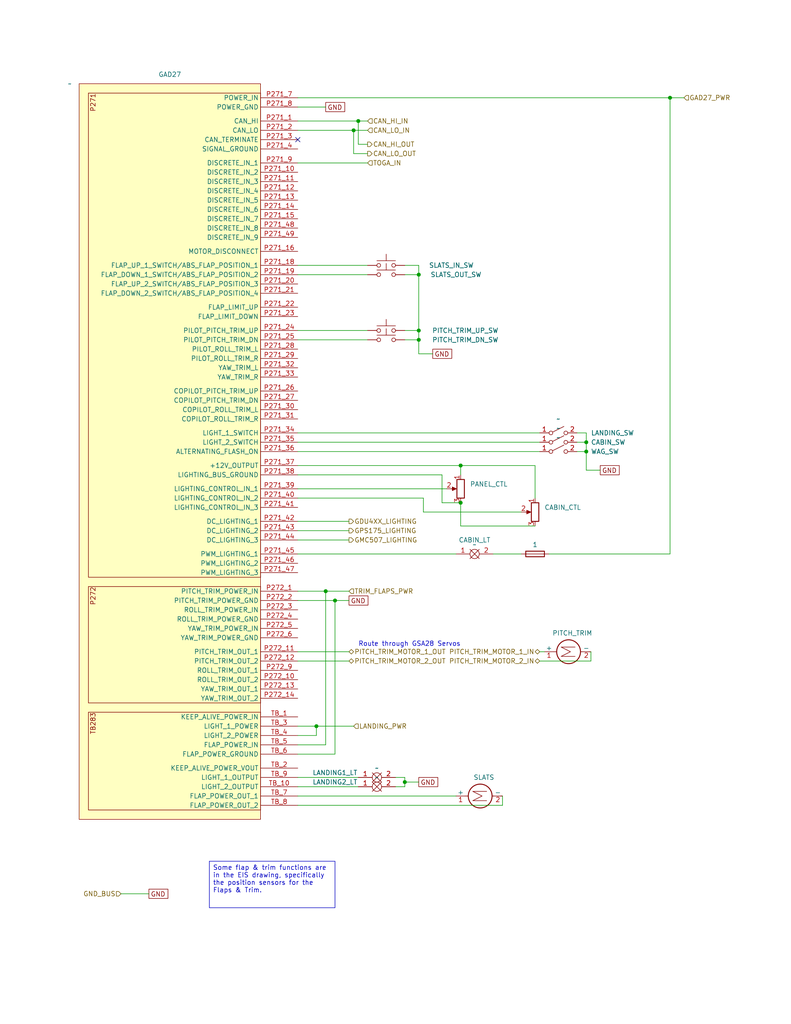
<source format=kicad_sch>
(kicad_sch (version 20230121) (generator eeschema)
  (paper "USLetter" portrait)
  (title_block (title "Flaps, Lights & Trim") (date "2024-02-08") (rev "0.9") (company "N915SN Angry Bird"))
  (lib_symbols
    (symbol "Device:Fuse" (pin_numbers hide) (pin_names (offset 0))
      (property "Reference" "F" (at 2.032 0 90))
      (property "Value" "Fuse" (at -1.905 0 90))
      (symbol "Fuse_0_1"
        (rectangle (start -0.762 -2.54) (end 0.762 2.54) (stroke (width 0.254)))
        (polyline (pts (xy 0 2.54) (xy 0 -2.54)))
      )
      (symbol "Fuse_1_1"
        (pin passive line (at 0 3.81 270) (length 1.27) (name "~") (number "1"))
        (pin passive line (at 0 -3.81 90) (length 1.27) (name "~") (number "2"))
      )
    )
    (symbol "Device:R_Potentiometer" (pin_names (offset 1.016) hide)
      (property "Reference" "RV" (at -4.445 0 90))
      (property "Value" "R_Potentiometer" (at -2.54 0 90))
      (symbol "R_Potentiometer_0_1"
        (polyline (pts (xy 2.54 0) (xy 1.524 0)))
        (polyline (pts (xy 1.143 0) (xy 2.286 0.508) (xy 2.286 -0.508) (xy 1.143 0)) (fill (type outline)))
        (rectangle (start 1.016 2.54) (end -1.016 -2.54) (stroke (width 0.254)))
      )
      (symbol "R_Potentiometer_1_1"
        (pin passive line (at 0 3.81 270) (length 1.27) (name "1") (number "1"))
        (pin passive line (at 3.81 0 180) (length 1.27) (name "2") (number "2"))
        (pin passive line (at 0 -3.81 90) (length 1.27) (name "3") (number "3"))
      )
    )
    (symbol "Motor:Motor_DC" (pin_names (offset 0))
      (property "Reference" "M" (at 2.54 2.54 0))
      (property "Value" "Motor_DC" (at 2.54 -5.08 0))
      (symbol "Motor_DC_0_0"
        (polyline (pts (xy -1.27 -3.302) (xy -1.27 0.508) (xy 0 -2.032) (xy 1.27 0.508) (xy 1.27 -3.302)))
      )
      (symbol "Motor_DC_0_1"
        (circle (center 0 -1.524) (radius 3.2512) (stroke (width 0.254)))
        (polyline (pts (xy 0 -7.62) (xy 0 -7.112)))
        (polyline (pts (xy 0 -4.7752) (xy 0 -5.1816)))
        (polyline (pts (xy 0 1.7272) (xy 0 2.0828)))
        (polyline (pts (xy 0 2.032) (xy 0 2.54)))
      )
      (symbol "Motor_DC_1_1"
        (pin passive line (at 0 5.08 270) (length 2.54) (name "+") (number "1"))
        (pin passive line (at 0 -7.62 90) (length 2.54) (name "-") (number "2"))
      )
    )
    (symbol "Switch:SW_Push" (pin_numbers hide) (pin_names (offset 1.016) hide)
      (property "Reference" "SW" (at 1.27 2.54 0))
      (property "Value" "SW_Push" (at 0 -1.524 0))
      (symbol "SW_Push_0_1"
        (circle (center -2.032 0) (radius 0.508))
        (polyline (pts (xy 0 1.27) (xy 0 3.048)))
        (polyline (pts (xy 2.54 1.27) (xy -2.54 1.27)))
        (circle (center 2.032 0) (radius 0.508))
        (pin passive line (at -5.08 0 0) (length 2.54) (name "1") (number "1"))
        (pin passive line (at 5.08 0 180) (length 2.54) (name "2") (number "2"))
      )
    )
    (symbol "Switch:SW_SPST" (pin_names (offset 0) hide)
      (property "Reference" "SW" (at 0 3.175 0))
      (property "Value" "SW_SPST" (at 0 -2.54 0))
      (symbol "SW_SPST_0_0"
        (circle (center -2.032 0) (radius 0.508))
        (polyline (pts (xy -1.524 0.254) (xy 1.524 1.778)))
        (circle (center 2.032 0) (radius 0.508))
      )
      (symbol "SW_SPST_1_1"
        (pin passive line (at -5.08 0 0) (length 2.54) (name "A") (number "1"))
        (pin passive line (at 5.08 0 180) (length 2.54) (name "B") (number "2"))
      )
    )
    (symbol "flyerx:Bulb"
      (property "Reference" "B" (at 1.27 1.27 0))
      (symbol "Bulb_0_1"
        (polyline (pts (xy 0 -2.54) (xy 2.54 0)))
        (polyline (pts (xy 0 0) (xy 2.54 -2.54)))
        (circle (center 1.27 -1.27) (radius 1.27))
      )
      (symbol "Bulb_1_1"
        (pin passive line (at -3.81 -1.27 0) (length 3.81) (name "") (number "1"))
        (pin passive line (at 6.35 -1.27 180) (length 3.81) (name "") (number "2"))
      )
    )
    (symbol "flyerx:Garmin_GAD27"
      (property "Reference" "GAD" (at 3.81 1.27 0))
      (symbol "Garmin_GAD27_1_1"
        (rectangle (start 0 0) (end 49.53 -200.66) (fill (type background)))
        (rectangle (start 2.54 -171.45) (end 49.53 -198.12) (fill (type background)))
        (rectangle (start 2.54 -137.16) (end 49.53 -168.91) (fill (type background)))
        (rectangle (start 2.54 -2.54) (end 49.53 -134.62) (fill (type background)))
        (text "P271" (at 3.81 -2.54 900) (effects (font (size 1.27 1.27)) (justify right)))
        (text "P272" (at 3.81 -137.16 900) (effects (font (size 1.27 1.27)) (justify right)))
        (text "TB283" (at 3.81 -171.45 900) (effects (font (size 1.27 1.27)) (justify right)))
        (pin bidirectional line (at 59.69 -10.16 180) (length 10.16) (name "CAN_HI") (number "P271_1"))
        (pin input line (at 59.69 -24.13 180) (length 10.16) (name "DISCRETE_IN_2") (number "P271_10"))
        (pin input line (at 59.69 -26.67 180) (length 10.16) (name "DISCRETE_IN_3") (number "P271_11"))
        (pin input line (at 59.69 -29.21 180) (length 10.16) (name "DISCRETE_IN_4") (number "P271_12"))
        (pin input line (at 59.69 -31.75 180) (length 10.16) (name "DISCRETE_IN_5") (number "P271_13"))
        (pin input line (at 59.69 -34.29 180) (length 10.16) (name "DISCRETE_IN_6") (number "P271_14"))
        (pin input line (at 59.69 -36.83 180) (length 10.16) (name "DISCRETE_IN_7") (number "P271_15"))
        (pin input line (at 59.69 -45.72 180) (length 10.16) (name "MOTOR_DISCONNECT") (number "P271_16"))
        (pin input line (at 59.69 -49.53 180) (length 10.16) (name "FLAP_UP_1_SWITCH/ABS_FLAP_POSITION_1") (number "P271_18"))
        (pin input line (at 59.69 -52.07 180) (length 10.16) (name "FLAP_DOWN_1_SWITCH/ABS_FLAP_POSITION_2") (number "P271_19"))
        (pin bidirectional line (at 59.69 -12.7 180) (length 10.16) (name "CAN_LO") (number "P271_2"))
        (pin input line (at 59.69 -54.61 180) (length 10.16) (name "FLAP_UP_2_SWITCH/ABS_FLAP_POSITION_3") (number "P271_20"))
        (pin input line (at 59.69 -57.15 180) (length 10.16) (name "FLAP_DOWN_2_SWITCH/ABS_FLAP_POSITION_4") (number "P271_21"))
        (pin input line (at 59.69 -60.96 180) (length 10.16) (name "FLAP_LIMIT_UP") (number "P271_22"))
        (pin input line (at 59.69 -63.5 180) (length 10.16) (name "FLAP_LIMIT_DOWN") (number "P271_23"))
        (pin input line (at 59.69 -67.31 180) (length 10.16) (name "PILOT_PITCH_TRIM_UP") (number "P271_24"))
        (pin input line (at 59.69 -69.85 180) (length 10.16) (name "PILOT_PITCH_TRIM_DN") (number "P271_25"))
        (pin input line (at 59.69 -83.82 180) (length 10.16) (name "COPILOT_PITCH_TRIM_UP") (number "P271_26"))
        (pin input line (at 59.69 -86.36 180) (length 10.16) (name "COPILOT_PITCH_TRIM_DN") (number "P271_27"))
        (pin input line (at 59.69 -72.39 180) (length 10.16) (name "PILOT_ROLL_TRIM_L") (number "P271_28"))
        (pin input line (at 59.69 -74.93 180) (length 10.16) (name "PILOT_ROLL_TRIM_R") (number "P271_29"))
        (pin bidirectional line (at 59.69 -15.24 180) (length 10.16) (name "CAN_TERMINATE") (number "P271_3"))
        (pin input line (at 59.69 -88.9 180) (length 10.16) (name "COPILOT_ROLL_TRIM_L") (number "P271_30"))
        (pin input line (at 59.69 -91.44 180) (length 10.16) (name "COPILOT_ROLL_TRIM_R") (number "P271_31"))
        (pin input line (at 59.69 -77.47 180) (length 10.16) (name "YAW_TRIM_L") (number "P271_32"))
        (pin input line (at 59.69 -80.01 180) (length 10.16) (name "YAW_TRIM_R") (number "P271_33"))
        (pin input line (at 59.69 -95.25 180) (length 10.16) (name "LIGHT_1_SWITCH") (number "P271_34"))
        (pin input line (at 59.69 -97.79 180) (length 10.16) (name "LIGHT_2_SWITCH") (number "P271_35"))
        (pin input line (at 59.69 -100.33 180) (length 10.16) (name "ALTERNATING_FLASH_ON") (number "P271_36"))
        (pin output line (at 59.69 -104.14 180) (length 10.16) (name "+12V_OUTPUT") (number "P271_37"))
        (pin passive line (at 59.69 -106.68 180) (length 10.16) (name "LIGHTING_BUS_GROUND") (number "P271_38"))
        (pin input line (at 59.69 -110.49 180) (length 10.16) (name "LIGHTING_CONTROL_IN_1") (number "P271_39"))
        (pin passive line (at 59.69 -17.78 180) (length 10.16) (name "SIGNAL_GROUND") (number "P271_4"))
        (pin input line (at 59.69 -113.03 180) (length 10.16) (name "LIGHTING_CONTROL_IN_2") (number "P271_40"))
        (pin input line (at 59.69 -115.57 180) (length 10.16) (name "LIGHTING_CONTROL_IN_3") (number "P271_41"))
        (pin power_out line (at 59.69 -119.38 180) (length 10.16) (name "DC_LIGHTING_1") (number "P271_42"))
        (pin power_out line (at 59.69 -121.92 180) (length 10.16) (name "DC_LIGHTING_2") (number "P271_43"))
        (pin power_out line (at 59.69 -124.46 180) (length 10.16) (name "DC_LIGHTING_3") (number "P271_44"))
        (pin power_out line (at 59.69 -128.27 180) (length 10.16) (name "PWM_LIGHTING_1") (number "P271_45"))
        (pin power_out line (at 59.69 -130.81 180) (length 10.16) (name "PWM_LIGHTING_2") (number "P271_46"))
        (pin power_out line (at 59.69 -133.35 180) (length 10.16) (name "PWM_LIGHTING_3") (number "P271_47"))
        (pin input line (at 59.69 -39.37 180) (length 10.16) (name "DISCRETE_IN_8") (number "P271_48"))
        (pin input line (at 59.69 -41.91 180) (length 10.16) (name "DISCRETE_IN_9") (number "P271_49"))
        (pin power_in line (at 59.69 -3.81 180) (length 10.16) (name "POWER_IN") (number "P271_7"))
        (pin passive line (at 59.69 -6.35 180) (length 10.16) (name "POWER_GND") (number "P271_8"))
        (pin input line (at 59.69 -21.59 180) (length 10.16) (name "DISCRETE_IN_1") (number "P271_9"))
        (pin power_in line (at 59.69 -138.43 180) (length 10.16) (name "PITCH_TRIM_POWER_IN") (number "P272_1"))
        (pin power_out line (at 59.69 -162.56 180) (length 10.16) (name "ROLL_TRIM_OUT_2") (number "P272_10"))
        (pin power_out line (at 59.69 -154.94 180) (length 10.16) (name "PITCH_TRIM_OUT_1") (number "P272_11"))
        (pin power_out line (at 59.69 -157.48 180) (length 10.16) (name "PITCH_TRIM_OUT_2") (number "P272_12"))
        (pin power_out line (at 59.69 -165.1 180) (length 10.16) (name "YAW_TRIM_OUT_1") (number "P272_13"))
        (pin power_out line (at 59.69 -167.64 180) (length 10.16) (name "YAW_TRIM_OUT_2") (number "P272_14"))
        (pin passive line (at 59.69 -140.97 180) (length 10.16) (name "PITCH_TRIM_POWER_GND") (number "P272_2"))
        (pin power_in line (at 59.69 -143.51 180) (length 10.16) (name "ROLL_TRIM_POWER_IN") (number "P272_3"))
        (pin passive line (at 59.69 -146.05 180) (length 10.16) (name "ROLL_TRIM_POWER_GND") (number "P272_4"))
        (pin power_in line (at 59.69 -148.59 180) (length 10.16) (name "YAW_TRIM_POWER_IN") (number "P272_5"))
        (pin passive line (at 59.69 -151.13 180) (length 10.16) (name "YAW_TRIM_POWER_GND") (number "P272_6"))
        (pin power_out line (at 59.69 -160.02 180) (length 10.16) (name "ROLL_TRIM_OUT_1") (number "P272_9"))
        (pin power_in line (at 59.69 -172.72 180) (length 10.16) (name "KEEP_ALIVE_POWER_IN") (number "TB_1"))
        (pin power_out line (at 59.69 -191.77 180) (length 10.16) (name "LIGHT_2_OUTPUT") (number "TB_10"))
        (pin power_out line (at 59.69 -186.69 180) (length 10.16) (name "KEEP_ALIVE_POWER_VOUT") (number "TB_2"))
        (pin power_in line (at 59.69 -175.26 180) (length 10.16) (name "LIGHT_1_POWER") (number "TB_3"))
        (pin power_in line (at 59.69 -177.8 180) (length 10.16) (name "LIGHT_2_POWER") (number "TB_4"))
        (pin power_in line (at 59.69 -180.34 180) (length 10.16) (name "FLAP_POWER_IN") (number "TB_5"))
        (pin passive line (at 59.69 -182.88 180) (length 10.16) (name "FLAP_POWER_GROUND") (number "TB_6"))
        (pin power_out line (at 59.69 -194.31 180) (length 10.16) (name "FLAP_POWER_OUT_1") (number "TB_7"))
        (pin power_out line (at 59.69 -196.85 180) (length 10.16) (name "FLAP_POWER_OUT_2") (number "TB_8"))
        (pin power_out line (at 59.69 -189.23 180) (length 10.16) (name "LIGHT_1_OUTPUT") (number "TB_9"))
      )
    )
  )
  (junction (at 125.73 137.16))
  (junction (at 160.02 123.19))
  (junction (at 160.02 120.65))
  (junction (at 110.49 213.36))
  (junction (at 114.3 74.93))
  (junction (at 97.79 33.02))
  (junction (at 91.44 163.83))
  (junction (at 114.3 92.71))
  (junction (at 125.73 127))
  (junction (at 86.36 198.12))
  (junction (at 114.3 90.17))
  (junction (at 182.88 26.67))
  (junction (at 88.9 161.29))
  (junction (at 96.52 35.56))
  (no_connect (at 81.28 38.1))
  (wire (pts (xy 81.28 74.93) (xy 100.33 74.93)))
  (wire (pts (xy 81.28 35.56) (xy 96.52 35.56)))
  (wire (pts (xy 86.36 200.66) (xy 86.36 198.12)))
  (wire (pts (xy 81.28 142.24) (xy 95.25 142.24)))
  (wire (pts (xy 86.36 198.12) (xy 96.52 198.12)))
  (wire (pts (xy 107.95 212.09) (xy 110.49 212.09)))
  (wire (pts (xy 146.05 135.89) (xy 146.05 127)))
  (wire (pts (xy 81.28 133.35) (xy 121.92 133.35)))
  (wire (pts (xy 110.49 212.09) (xy 110.49 213.36)))
  (wire (pts (xy 157.48 120.65) (xy 160.02 120.65)))
  (wire (pts (xy 81.28 147.32) (xy 95.25 147.32)))
  (wire (pts (xy 157.48 123.19) (xy 160.02 123.19)))
  (wire (pts (xy 81.28 144.78) (xy 95.25 144.78)))
  (wire (pts (xy 81.28 118.11) (xy 147.32 118.11)))
  (wire (pts (xy 114.3 72.39) (xy 110.49 72.39)))
  (wire (pts (xy 97.79 39.37) (xy 97.79 33.02)))
  (wire (pts (xy 137.16 219.71) (xy 81.28 219.71)))
  (wire (pts (xy 96.52 41.91) (xy 96.52 35.56)))
  (wire (pts (xy 81.28 214.63) (xy 97.79 214.63)))
  (wire (pts (xy 147.32 177.8) (xy 148.59 177.8)))
  (wire (pts (xy 182.88 151.13) (xy 182.88 26.67)))
  (wire (pts (xy 118.11 96.52) (xy 114.3 96.52)))
  (wire (pts (xy 81.28 217.17) (xy 124.46 217.17)))
  (wire (pts (xy 161.29 177.8) (xy 161.29 180.34)))
  (wire (pts (xy 81.28 163.83) (xy 91.44 163.83)))
  (wire (pts (xy 160.02 120.65) (xy 160.02 123.19)))
  (wire (pts (xy 81.28 205.74) (xy 91.44 205.74)))
  (wire (pts (xy 110.49 213.36) (xy 114.3 213.36)))
  (wire (pts (xy 110.49 92.71) (xy 114.3 92.71)))
  (wire (pts (xy 81.28 212.09) (xy 97.79 212.09)))
  (wire (pts (xy 81.28 26.67) (xy 182.88 26.67)))
  (wire (pts (xy 33.02 243.84) (xy 40.64 243.84)))
  (wire (pts (xy 91.44 205.74) (xy 91.44 163.83)))
  (wire (pts (xy 182.88 26.67) (xy 186.69 26.67)))
  (wire (pts (xy 110.49 214.63) (xy 107.95 214.63)))
  (wire (pts (xy 161.29 180.34) (xy 147.32 180.34)))
  (wire (pts (xy 81.28 127) (xy 125.73 127)))
  (wire (pts (xy 97.79 33.02) (xy 100.33 33.02)))
  (wire (pts (xy 91.44 163.83) (xy 95.25 163.83)))
  (wire (pts (xy 120.65 137.16) (xy 125.73 137.16)))
  (wire (pts (xy 81.28 120.65) (xy 147.32 120.65)))
  (wire (pts (xy 81.28 90.17) (xy 100.33 90.17)))
  (wire (pts (xy 81.28 129.54) (xy 120.65 129.54)))
  (wire (pts (xy 81.28 72.39) (xy 100.33 72.39)))
  (wire (pts (xy 110.49 213.36) (xy 110.49 214.63)))
  (wire (pts (xy 88.9 203.2) (xy 88.9 161.29)))
  (wire (pts (xy 125.73 143.51) (xy 125.73 137.16)))
  (wire (pts (xy 160.02 118.11) (xy 157.48 118.11)))
  (wire (pts (xy 114.3 74.93) (xy 114.3 72.39)))
  (wire (pts (xy 134.62 151.13) (xy 142.24 151.13)))
  (wire (pts (xy 81.28 123.19) (xy 147.32 123.19)))
  (wire (pts (xy 125.73 127) (xy 125.73 129.54)))
  (wire (pts (xy 81.28 177.8) (xy 95.25 177.8)))
  (wire (pts (xy 146.05 127) (xy 125.73 127)))
  (wire (pts (xy 81.28 203.2) (xy 88.9 203.2)))
  (wire (pts (xy 81.28 161.29) (xy 88.9 161.29)))
  (wire (pts (xy 149.86 151.13) (xy 182.88 151.13)))
  (wire (pts (xy 160.02 128.27) (xy 160.02 123.19)))
  (wire (pts (xy 115.57 135.89) (xy 115.57 139.7)))
  (wire (pts (xy 81.28 44.45) (xy 100.33 44.45)))
  (wire (pts (xy 88.9 161.29) (xy 95.25 161.29)))
  (wire (pts (xy 114.3 96.52) (xy 114.3 92.71)))
  (wire (pts (xy 96.52 35.56) (xy 100.33 35.56)))
  (wire (pts (xy 81.28 29.21) (xy 88.9 29.21)))
  (wire (pts (xy 100.33 41.91) (xy 96.52 41.91)))
  (wire (pts (xy 100.33 39.37) (xy 97.79 39.37)))
  (wire (pts (xy 81.28 200.66) (xy 86.36 200.66)))
  (wire (pts (xy 81.28 198.12) (xy 86.36 198.12)))
  (wire (pts (xy 110.49 90.17) (xy 114.3 90.17)))
  (wire (pts (xy 137.16 217.17) (xy 137.16 219.71)))
  (wire (pts (xy 146.05 143.51) (xy 125.73 143.51)))
  (wire (pts (xy 81.28 33.02) (xy 97.79 33.02)))
  (wire (pts (xy 160.02 128.27) (xy 163.83 128.27)))
  (wire (pts (xy 115.57 139.7) (xy 142.24 139.7)))
  (wire (pts (xy 110.49 74.93) (xy 114.3 74.93)))
  (wire (pts (xy 81.28 151.13) (xy 124.46 151.13)))
  (wire (pts (xy 81.28 92.71) (xy 100.33 92.71)))
  (wire (pts (xy 81.28 180.34) (xy 95.25 180.34)))
  (wire (pts (xy 114.3 92.71) (xy 114.3 90.17)))
  (wire (pts (xy 81.28 135.89) (xy 115.57 135.89)))
  (wire (pts (xy 114.3 90.17) (xy 114.3 74.93)))
  (wire (pts (xy 160.02 118.11) (xy 160.02 120.65)))
  (wire (pts (xy 120.65 129.54) (xy 120.65 137.16)))
  (text_box "Some flap & trim functions are in the EIS drawing, specifically the position sensors for the Flaps & Trim." (at 57.15 234.95 0) (size 34.29 12.7) (effects (font (size 1.27 1.27)) (justify left top)))
  (text "Route through GSA28 Servos" (at 97.79 176.53 0) (effects (font (size 1.27 1.27)) (justify left bottom)))
  (global_label "GND" (shape passive) (at 114.3 213.36 0) (property "Intersheetrefs" "${INTERSHEET_REFS}" (effects hide)))
  (global_label "GND" (shape passive) (at 163.83 128.27 0) (property "Intersheetrefs" "${INTERSHEET_REFS}" (effects hide)))
  (global_label "GND" (shape passive) (at 95.25 163.83 0) (property "Intersheetrefs" "${INTERSHEET_REFS}" (effects hide)))
  (global_label "GND" (shape passive) (at 118.11 96.52 0) (property "Intersheetrefs" "${INTERSHEET_REFS}" (effects hide)))
  (global_label "GND" (shape passive) (at 88.9 29.21 0) (property "Intersheetrefs" "${INTERSHEET_REFS}" (effects hide)))
  (global_label "GND" (shape passive) (at 40.64 243.84 0) (property "Intersheetrefs" "${INTERSHEET_REFS}" (effects hide)))
  (hierarchical_label "CAN_HI_IN" (shape input) (at 100.33 33.02 0))
  (hierarchical_label "CAN_LO_IN" (shape input) (at 100.33 35.56 0))
  (hierarchical_label "TOGA_IN" (shape input) (at 100.33 44.45 0))
  (hierarchical_label "PITCH_TRIM_MOTOR_2_IN" (shape bidirectional) (at 147.32 180.34 180))
  (hierarchical_label "GAD27_PWR" (shape input) (at 186.69 26.67 0))
  (hierarchical_label "GPS175_LIGHTING" (shape output) (at 95.25 144.78 0))
  (hierarchical_label "CAN_HI_OUT" (shape output) (at 100.33 39.37 0))
  (hierarchical_label "LANDING_PWR" (shape input) (at 96.52 198.12 0))
  (hierarchical_label "PITCH_TRIM_MOTOR_2_OUT" (shape bidirectional) (at 95.25 180.34 0))
  (hierarchical_label "PITCH_TRIM_MOTOR_1_OUT" (shape bidirectional) (at 95.25 177.8 0))
  (hierarchical_label "GND_BUS" (shape input) (at 33.02 243.84 180))
  (hierarchical_label "GDU4XX_LIGHTING" (shape output) (at 95.25 142.24 0))
  (hierarchical_label "PITCH_TRIM_MOTOR_1_IN" (shape bidirectional) (at 147.32 177.8 180))
  (hierarchical_label "CAN_LO_OUT" (shape output) (at 100.33 41.91 0))
  (hierarchical_label "GMC507_LIGHTING" (shape output) (at 95.25 147.32 0))
  (hierarchical_label "TRIM_FLAPS_PWR" (shape input) (at 95.25 161.29 0))
  (symbol (lib_id "flyerx:Garmin_GAD27") (at 21.59 22.86 0) (unit 1)
    (property "Reference" "GAD27" (at 46.355 20.32 0))
    (property "Value" "~" (at 19.05 22.86 0))
  )
  (symbol (lib_id "Switch:SW_Push") (at 105.41 90.17 0) (unit 1)
    (property "Reference" "PITCH_TRIM_UP_SW" (at 127 90.17 0))
    (property "Value" "SW_Push" (effects hide))
  )
  (symbol (lib_id "Motor:Motor_DC") (at 129.54 217.17 90) (unit 1)
    (property "Reference" "SLATS" (at 132.08 212.09 90))
    (property "Value" "Motor_DC" (effects hide))
  )
  (symbol (lib_id "Switch:SW_SPST") (at 152.4 123.19 0) (unit 1)
    (property "Reference" "WAG_SW" (at 161.29 123.19 0) (effects (justify left)))
    (property "Value" "~" (at 152.4 119.38 0))
  )
  (symbol (lib_id "flyerx:Bulb") (at 101.6 210.82 0) (unit 1)
    (property "Reference" "LANDING1_LT" (at 91.44 210.82 0))
    (property "Value" "~" (at 102.87 209.55 0))
  )
  (symbol (lib_id "Device:R_Potentiometer") (at 146.05 139.7 0) (mirror y) (unit 1)
    (property "Reference" "CABIN_CTL" (at 148.59 138.43 0) (effects (justify right)))
    (property "Value" "LIGHTS_REOSTAT" (effects hide))
  )
  (symbol (lib_id "Switch:SW_SPST") (at 152.4 118.11 0) (unit 1)
    (property "Reference" "LANDING_SW" (at 161.29 118.11 0) (effects (justify left)))
    (property "Value" "~" (at 152.4 114.3 0))
  )
  (symbol (lib_id "Device:Fuse") (at 146.05 151.13 90) (unit 1)
    (property "Reference" "CABIN_LT_FS" (effects hide))
    (property "Value" "1" (at 146.05 148.59 90))
  )
  (symbol (lib_id "Switch:SW_SPST") (at 152.4 120.65 0) (unit 1)
    (property "Reference" "CABIN_SW" (at 161.29 120.65 0) (effects (justify left)))
    (property "Value" "~" (at 152.4 116.84 0))
  )
  (symbol (lib_id "Motor:Motor_DC") (at 153.67 177.8 90) (unit 1)
    (property "Reference" "PITCH_TRIM" (at 156.21 172.72 90))
    (property "Value" "Motor_DC" (effects hide))
  )
  (symbol (lib_id "Switch:SW_Push") (at 105.41 72.39 0) (unit 1)
    (property "Reference" "SLATS_IN_SW" (at 123.19 72.39 0))
    (property "Value" "SW_Push" (effects hide))
  )
  (symbol (lib_id "Switch:SW_Push") (at 105.41 92.71 0) (unit 1)
    (property "Reference" "PITCH_TRIM_DN_SW" (at 127 92.71 0))
    (property "Value" "SW_Push" (effects hide))
  )
  (symbol (lib_id "flyerx:Bulb") (at 128.27 149.86 0) (unit 1)
    (property "Reference" "CABIN_LT" (at 129.54 147.32 0))
    (property "Value" "~" (at 129.54 148.59 0))
  )
  (symbol (lib_id "Switch:SW_Push") (at 105.41 74.93 0) (unit 1)
    (property "Reference" "SLATS_OUT_SW" (at 124.46 74.93 0))
    (property "Value" "SW_Push" (effects hide))
  )
  (symbol (lib_id "flyerx:Bulb") (at 101.6 213.36 0) (unit 1)
    (property "Reference" "LANDING2_LT" (at 91.44 213.36 0))
    (property "Value" "~" (at 102.87 212.09 0))
  )
  (symbol (lib_id "Device:R_Potentiometer") (at 125.73 133.35 0) (mirror y) (unit 1)
    (property "Reference" "PANEL_CTL" (at 128.27 132.08 0) (effects (justify right)))
    (property "Value" "LIGHTS_REOSTAT" (effects hide))
  )
)
</source>
